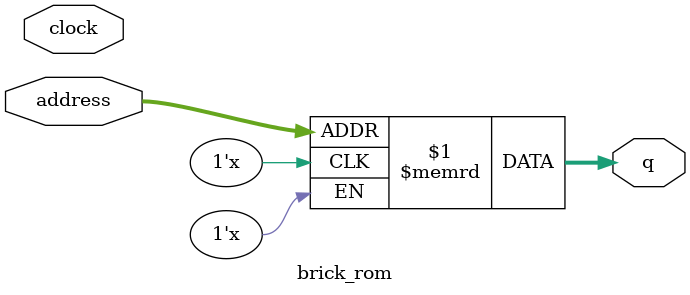
<source format=sv>
module brick_rom (
	input logic clock,
	input logic [12:0] address,
	output logic [3:0] q
);

logic [3:0] memory [0:4999] /* synthesis ram_init_file = "./brick/brick.mif" */;

assign q = memory[address];

endmodule

</source>
